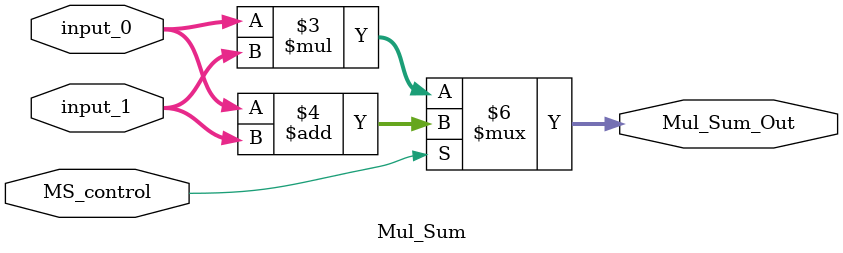
<source format=v>
module Mul_Sum
#(
	parameter WORD_LENGTH = 8
)

(
	// Input Ports
	input MS_control,
	input [WORD_LENGTH-1:0] input_0,
	input [WORD_LENGTH-1:0] input_1,
	
	output reg [WORD_LENGTH-1:0] Mul_Sum_Out

);


always@(input_0, input_1, MS_control) begin
	if(MS_control==0)
		Mul_Sum_Out = input_0 * input_1;
	else
		Mul_Sum_Out = input_0 + input_1;

end


endmodule
</source>
